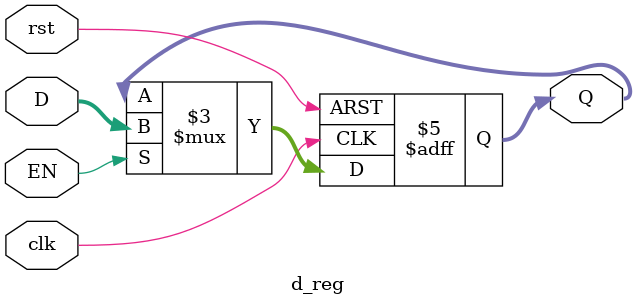
<source format=v>
`timescale 1ns / 1ps

module d_reg #(parameter WIDTH=32) (
    input  wire clk, rst, EN,
    input  wire [WIDTH-1:0] D,
    output reg [WIDTH-1:0] Q );

    always @(posedge clk, posedge rst) begin
        if (rst)      Q <= 0;
        else if (EN)  Q <= D;
        else          Q <= Q;
    end

endmodule

</source>
